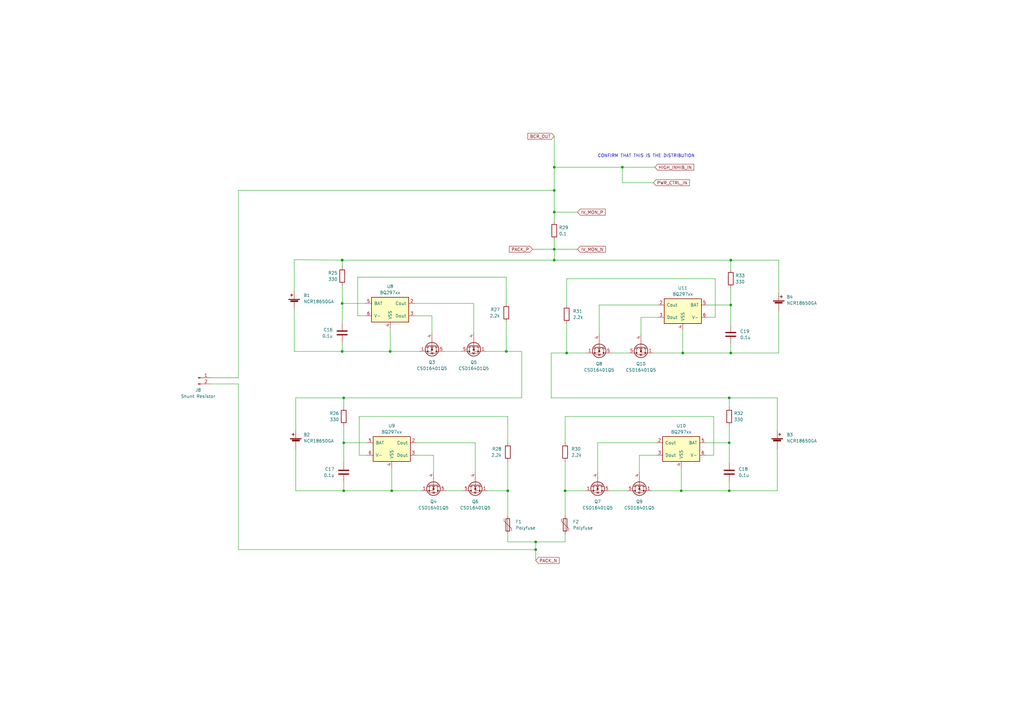
<source format=kicad_sch>
(kicad_sch (version 20211123) (generator eeschema)
  (paper "A3")
  (lib_symbols
    (symbol "Battery_Management:BQ297xy" (pin_names (offset 1.016))
      (property "Reference" "U" (at -6.35 6.35 0))
      (property "Value" "BQ297xy" (at 5.08 -6.35 0))
      (symbol "BQ297xy_0_1"
        (rectangle (start -7.62 5.08) (end 7.62 -5.08) (stroke (width 0.254)) (fill (type background)))
      )
      (symbol "BQ297xy_1_1"
        (pin no_connect line (at 7.62 0 180) (length 2.54) hide (name "NC") (number "1"))
        (pin output line (at 10.16 2.54 180) (length 2.54) (name "Cout") (number "2"))
        (pin output line (at 10.16 -2.54 180) (length 2.54) (name "Dout") (number "3"))
        (pin power_in line (at 0 -7.62 90) (length 2.54) (name "VSS") (number "4"))
        (pin input line (at -10.16 2.54 0) (length 2.54) (name "BAT") (number "5"))
        (pin input line (at -10.16 -2.54 0) (length 2.54) (name "V-") (number "6"))
      )
    )
    (symbol "Connector:Conn_01x02_Male" (pin_names (offset 1.016) hide)
      (property "Reference" "J" (at 0 2.54 0))
      (property "Value" "Conn_01x02_Male" (at 0 -5.08 0))
      (symbol "Conn_01x02_Male_1_1"
        (polyline (pts (xy 1.27 -2.54) (xy 0.8636 -2.54)) (stroke (width 0.1524)))
        (polyline (pts (xy 1.27 0) (xy 0.8636 0)) (stroke (width 0.1524)))
        (rectangle (start 0.8636 -2.413) (end 0 -2.667) (stroke (width 0.1524)) (fill (type outline)))
        (rectangle (start 0.8636 0.127) (end 0 -0.127) (stroke (width 0.1524)) (fill (type outline)))
        (pin passive line (at 5.08 0 180) (length 3.81) (name "Pin_1") (number "1"))
        (pin passive line (at 5.08 -2.54 180) (length 3.81) (name "Pin_2") (number "2"))
      )
    )
    (symbol "Device:Battery_Cell" (pin_numbers hide) (pin_names (offset 0) hide)
      (property "Reference" "BT" (at 2.54 2.54 0))
      (property "Value" "Battery_Cell" (at 2.54 0 0))
      (symbol "Battery_Cell_0_1"
        (rectangle (start -2.286 1.778) (end 2.286 1.524) (fill (type outline)))
        (rectangle (start -1.5748 1.1938) (end 1.4732 0.6858) (fill (type outline)))
        (polyline (pts (xy 0 0.762) (xy 0 0)))
        (polyline (pts (xy 0 1.778) (xy 0 2.54)))
        (polyline (pts (xy 0.508 3.429) (xy 1.524 3.429)) (stroke (width 0.254)))
        (polyline (pts (xy 1.016 3.937) (xy 1.016 2.921)) (stroke (width 0.254)))
      )
      (symbol "Battery_Cell_1_1"
        (pin passive line (at 0 5.08 270) (length 2.54) (name "+") (number "1"))
        (pin passive line (at 0 -2.54 90) (length 2.54) (name "-") (number "2"))
      )
    )
    (symbol "Device:C" (pin_numbers hide) (pin_names (offset 0.254))
      (property "Reference" "C" (at 0.635 2.54 0))
      (property "Value" "C" (at 0.635 -2.54 0))
      (symbol "C_0_1"
        (polyline (pts (xy -2.032 -0.762) (xy 2.032 -0.762)) (stroke (width 0.508)))
        (polyline (pts (xy -2.032 0.762) (xy 2.032 0.762)) (stroke (width 0.508)))
      )
      (symbol "C_1_1"
        (pin passive line (at 0 3.81 270) (length 2.794) (name "~") (number "1"))
        (pin passive line (at 0 -3.81 90) (length 2.794) (name "~") (number "2"))
      )
    )
    (symbol "Device:Polyfuse" (pin_numbers hide) (pin_names (offset 0))
      (property "Reference" "F" (at -2.54 0 90))
      (property "Value" "Polyfuse" (at 2.54 0 90))
      (symbol "Polyfuse_0_1"
        (rectangle (start -0.762 2.54) (end 0.762 -2.54) (stroke (width 0.254)))
        (polyline (pts (xy 0 2.54) (xy 0 -2.54)))
        (polyline (pts (xy -1.524 2.54) (xy -1.524 1.524) (xy 1.524 -1.524) (xy 1.524 -2.54)))
      )
      (symbol "Polyfuse_1_1"
        (pin passive line (at 0 3.81 270) (length 1.27) (name "~") (number "1"))
        (pin passive line (at 0 -3.81 90) (length 1.27) (name "~") (number "2"))
      )
    )
    (symbol "Device:R" (pin_numbers hide) (pin_names (offset 0))
      (property "Reference" "R" (at 2.032 0 90))
      (property "Value" "R" (at 0 0 90))
      (symbol "R_0_1"
        (rectangle (start -1.016 -2.54) (end 1.016 2.54) (stroke (width 0.254)))
      )
      (symbol "R_1_1"
        (pin passive line (at 0 3.81 270) (length 1.27) (name "~") (number "1"))
        (pin passive line (at 0 -3.81 90) (length 1.27) (name "~") (number "2"))
      )
    )
    (symbol "Transistor_FET:CSD16401Q5" (pin_names hide)
      (property "Reference" "Q" (at 5.08 1.905 0))
      (property "Value" "CSD16401Q5" (at 5.08 0 0))
      (symbol "CSD16401Q5_0_1"
        (polyline (pts (xy 0.254 0) (xy -2.54 0)))
        (polyline (pts (xy 0.254 1.905) (xy 0.254 -1.905)) (stroke (width 0.254)))
        (polyline (pts (xy 0.762 -1.27) (xy 0.762 -2.286)) (stroke (width 0.254)))
        (polyline (pts (xy 0.762 0.508) (xy 0.762 -0.508)) (stroke (width 0.254)))
        (polyline (pts (xy 0.762 2.286) (xy 0.762 1.27)) (stroke (width 0.254)))
        (polyline (pts (xy 2.54 2.54) (xy 2.54 1.778)))
        (polyline (pts (xy 2.54 -2.54) (xy 2.54 0) (xy 0.762 0)))
        (polyline (pts (xy 0.762 -1.778) (xy 3.302 -1.778) (xy 3.302 1.778) (xy 0.762 1.778)))
        (polyline (pts (xy 1.016 0) (xy 2.032 0.381) (xy 2.032 -0.381) (xy 1.016 0)) (fill (type outline)))
        (polyline (pts (xy 2.794 0.508) (xy 2.921 0.381) (xy 3.683 0.381) (xy 3.81 0.254)))
        (polyline (pts (xy 3.302 0.381) (xy 2.921 -0.254) (xy 3.683 -0.254) (xy 3.302 0.381)))
        (circle (center 1.651 0) (radius 2.794) (stroke (width 0.254)))
        (circle (center 2.54 -1.778) (radius 0.254) (fill (type outline)))
        (circle (center 2.54 1.778) (radius 0.254) (fill (type outline)))
      )
      (symbol "CSD16401Q5_1_1"
        (pin passive line (at 2.54 -5.08 90) (length 2.54) (name "S") (number "1"))
        (pin passive line (at 2.54 -5.08 90) (length 2.54) hide (name "S") (number "2"))
        (pin passive line (at 2.54 -5.08 90) (length 2.54) hide (name "S") (number "3"))
        (pin passive line (at -5.08 0 0) (length 2.54) (name "G") (number "4"))
        (pin passive line (at 2.54 5.08 270) (length 2.54) (name "D") (number "5"))
      )
    )
  )
  (junction (at 208.28 201.295))
  (junction (at 227.33 68.58))
  (junction (at 160.655 201.295))
  (junction (at 219.71 222.25))
  (junction (at 219.71 225.425))
  (junction (at 280.035 144.78))
  (junction (at 160.02 144.145))
  (junction (at 140.97 163.195))
  (junction (at 227.33 102.235))
  (junction (at 227.33 86.995))
  (junction (at 140.97 201.295))
  (junction (at 299.085 163.195))
  (junction (at 299.72 125.095))
  (junction (at 227.33 78.105))
  (junction (at 255.27 68.58))
  (junction (at 140.335 124.46))
  (junction (at 140.97 181.61))
  (junction (at 299.085 201.295))
  (junction (at 207.645 144.145))
  (junction (at 140.3604 106.68))
  (junction (at 140.335 106.68))
  (junction (at 231.775 201.295))
  (junction (at 140.335 144.145))
  (junction (at 299.72 106.68))
  (junction (at 232.41 144.78))
  (junction (at 299.085 181.61))
  (junction (at 227.33 106.68))
  (junction (at 299.72 144.78))
  (junction (at 279.4 201.295))
  (wire (pts (xy 146.685 113.665) (xy 146.685 129.54)))
  (wire (pts (xy 292.735 186.69) (xy 289.56 186.69)))
  (wire (pts (xy 120.65 106.553) (xy 140.335 106.68)))
  (wire (pts (xy 120.65 144.145) (xy 140.335 144.145)))
  (wire (pts (xy 121.285 163.195) (xy 121.285 176.53)))
  (wire (pts (xy 318.77 184.15) (xy 318.77 201.295)))
  (wire (pts (xy 150.495 181.61) (xy 140.97 181.61)))
  (wire (pts (xy 226.06 144.78) (xy 226.06 163.195)))
  (wire (pts (xy 299.085 181.61) (xy 299.085 189.865)))
  (wire (pts (xy 147.32 186.69) (xy 150.495 186.69)))
  (wire (pts (xy 207.645 124.46) (xy 207.645 113.665)))
  (wire (pts (xy 319.405 106.68) (xy 299.72 106.68)))
  (wire (pts (xy 140.97 174.625) (xy 140.97 181.61)))
  (wire (pts (xy 299.085 163.195) (xy 299.085 167.005)))
  (wire (pts (xy 219.71 225.425) (xy 219.71 229.87)))
  (wire (pts (xy 262.89 130.175) (xy 262.89 137.16)))
  (wire (pts (xy 172.085 144.145) (xy 160.02 144.145)))
  (wire (pts (xy 231.775 201.295) (xy 240.03 201.295)))
  (wire (pts (xy 279.4 191.77) (xy 279.4 201.295)))
  (wire (pts (xy 219.71 222.25) (xy 219.71 225.425)))
  (wire (pts (xy 140.97 197.485) (xy 140.97 201.295)))
  (wire (pts (xy 227.33 98.425) (xy 227.33 102.235)))
  (wire (pts (xy 170.815 181.61) (xy 194.945 181.61)))
  (wire (pts (xy 226.06 144.78) (xy 232.41 144.78)))
  (wire (pts (xy 208.28 170.815) (xy 147.32 170.815)))
  (wire (pts (xy 269.24 186.69) (xy 262.255 186.69)))
  (wire (pts (xy 172.72 201.295) (xy 160.655 201.295)))
  (wire (pts (xy 146.685 129.54) (xy 149.86 129.54)))
  (wire (pts (xy 219.71 222.25) (xy 231.775 222.25)))
  (wire (pts (xy 232.41 132.715) (xy 232.41 144.78)))
  (wire (pts (xy 262.255 186.69) (xy 262.255 193.675)))
  (wire (pts (xy 213.995 144.145) (xy 213.995 163.195)))
  (wire (pts (xy 269.875 130.175) (xy 262.89 130.175)))
  (wire (pts (xy 267.335 201.295) (xy 279.4 201.295)))
  (wire (pts (xy 267.97 144.78) (xy 280.035 144.78)))
  (wire (pts (xy 97.79 154.94) (xy 97.79 78.105)))
  (wire (pts (xy 255.27 74.93) (xy 267.97 74.93)))
  (wire (pts (xy 120.65 127) (xy 120.65 144.145)))
  (wire (pts (xy 227.33 86.995) (xy 236.855 86.995)))
  (wire (pts (xy 121.285 163.195) (xy 140.97 163.195)))
  (wire (pts (xy 231.775 219.075) (xy 231.775 222.25)))
  (wire (pts (xy 292.735 170.815) (xy 292.735 186.69)))
  (wire (pts (xy 293.37 130.175) (xy 290.195 130.175)))
  (wire (pts (xy 160.02 144.145) (xy 140.335 144.145)))
  (wire (pts (xy 231.775 189.23) (xy 231.775 201.295)))
  (wire (pts (xy 140.3604 106.68) (xy 227.33 106.68)))
  (wire (pts (xy 227.33 106.68) (xy 299.72 106.68)))
  (wire (pts (xy 269.24 181.61) (xy 245.11 181.61)))
  (wire (pts (xy 319.405 127.635) (xy 319.405 144.78)))
  (wire (pts (xy 86.36 154.94) (xy 97.79 154.94)))
  (wire (pts (xy 280.035 144.78) (xy 299.72 144.78)))
  (wire (pts (xy 160.655 201.295) (xy 140.97 201.295)))
  (wire (pts (xy 140.3604 117.0432) (xy 140.335 124.46)))
  (wire (pts (xy 227.33 68.58) (xy 255.27 68.58)))
  (wire (pts (xy 207.645 113.665) (xy 146.685 113.665)))
  (wire (pts (xy 227.33 78.105) (xy 227.33 86.995)))
  (wire (pts (xy 208.28 189.23) (xy 208.28 201.295)))
  (wire (pts (xy 318.77 163.195) (xy 299.085 163.195)))
  (wire (pts (xy 227.33 102.235) (xy 236.855 102.235)))
  (wire (pts (xy 177.8 186.69) (xy 177.8 193.675)))
  (wire (pts (xy 299.72 125.095) (xy 299.72 133.35)))
  (wire (pts (xy 170.18 129.54) (xy 177.165 129.54)))
  (wire (pts (xy 255.27 68.58) (xy 268.605 68.58)))
  (wire (pts (xy 189.865 201.295) (xy 182.88 201.295)))
  (wire (pts (xy 250.19 201.295) (xy 257.175 201.295)))
  (wire (pts (xy 140.97 181.61) (xy 140.97 189.865)))
  (wire (pts (xy 86.36 157.48) (xy 97.79 157.48)))
  (wire (pts (xy 227.33 68.58) (xy 227.33 78.105)))
  (wire (pts (xy 299.085 197.485) (xy 299.085 201.295)))
  (wire (pts (xy 140.335 140.335) (xy 140.335 144.145)))
  (wire (pts (xy 208.28 222.25) (xy 219.71 222.25)))
  (wire (pts (xy 231.775 181.61) (xy 231.775 170.815)))
  (wire (pts (xy 147.32 170.815) (xy 147.32 186.69)))
  (wire (pts (xy 97.79 225.425) (xy 219.71 225.425)))
  (wire (pts (xy 170.18 124.46) (xy 194.31 124.46)))
  (wire (pts (xy 231.775 201.295) (xy 231.775 211.455)))
  (wire (pts (xy 232.41 144.78) (xy 240.665 144.78)))
  (wire (pts (xy 227.33 86.995) (xy 227.33 90.805)))
  (wire (pts (xy 319.405 106.68) (xy 319.405 120.015)))
  (wire (pts (xy 140.97 163.195) (xy 140.97 167.005)))
  (wire (pts (xy 231.775 170.815) (xy 292.735 170.815)))
  (wire (pts (xy 245.745 125.095) (xy 245.745 137.16)))
  (wire (pts (xy 194.31 124.46) (xy 194.31 136.525)))
  (wire (pts (xy 194.945 181.61) (xy 194.945 193.675)))
  (wire (pts (xy 207.645 144.145) (xy 199.39 144.145)))
  (wire (pts (xy 227.33 102.235) (xy 227.33 106.68)))
  (wire (pts (xy 97.79 78.105) (xy 227.33 78.105)))
  (wire (pts (xy 279.4 201.295) (xy 299.085 201.295)))
  (wire (pts (xy 177.165 129.54) (xy 177.165 136.525)))
  (wire (pts (xy 140.335 124.46) (xy 140.335 132.715)))
  (wire (pts (xy 97.79 157.48) (xy 97.79 225.425)))
  (wire (pts (xy 299.72 106.68) (xy 299.72 110.49)))
  (wire (pts (xy 250.825 144.78) (xy 257.81 144.78)))
  (wire (pts (xy 269.875 125.095) (xy 245.745 125.095)))
  (wire (pts (xy 189.23 144.145) (xy 182.245 144.145)))
  (wire (pts (xy 226.06 163.195) (xy 299.085 163.195)))
  (wire (pts (xy 160.655 191.77) (xy 160.655 201.295)))
  (wire (pts (xy 121.285 201.295) (xy 140.97 201.295)))
  (wire (pts (xy 299.72 118.11) (xy 299.72 125.095)))
  (wire (pts (xy 149.86 124.46) (xy 140.335 124.46)))
  (wire (pts (xy 255.27 68.58) (xy 255.27 74.93)))
  (wire (pts (xy 299.085 174.625) (xy 299.085 181.61)))
  (wire (pts (xy 213.995 163.195) (xy 140.97 163.195)))
  (wire (pts (xy 213.995 144.145) (xy 207.645 144.145)))
  (wire (pts (xy 208.28 201.295) (xy 208.28 211.455)))
  (wire (pts (xy 140.335 106.68) (xy 140.3604 106.68)))
  (wire (pts (xy 208.28 219.075) (xy 208.28 222.25)))
  (wire (pts (xy 299.72 140.97) (xy 299.72 144.78)))
  (wire (pts (xy 208.28 201.295) (xy 200.025 201.295)))
  (wire (pts (xy 318.77 163.195) (xy 318.77 176.53)))
  (wire (pts (xy 293.37 114.3) (xy 293.37 130.175)))
  (wire (pts (xy 140.3604 106.68) (xy 140.3604 109.4232)))
  (wire (pts (xy 208.28 181.61) (xy 208.28 170.815)))
  (wire (pts (xy 218.44 102.235) (xy 227.33 102.235)))
  (wire (pts (xy 121.285 184.15) (xy 121.285 201.295)))
  (wire (pts (xy 290.195 125.095) (xy 299.72 125.095)))
  (wire (pts (xy 207.645 132.08) (xy 207.645 144.145)))
  (wire (pts (xy 170.815 186.69) (xy 177.8 186.69)))
  (wire (pts (xy 227.33 55.88) (xy 227.33 68.58)))
  (wire (pts (xy 245.11 181.61) (xy 245.11 193.675)))
  (wire (pts (xy 318.77 201.295) (xy 299.085 201.295)))
  (wire (pts (xy 289.56 181.61) (xy 299.085 181.61)))
  (wire (pts (xy 232.41 114.3) (xy 293.37 114.3)))
  (wire (pts (xy 280.035 135.255) (xy 280.035 144.78)))
  (wire (pts (xy 319.405 144.78) (xy 299.72 144.78)))
  (wire (pts (xy 160.02 134.62) (xy 160.02 144.145)))
  (wire (pts (xy 232.41 125.095) (xy 232.41 114.3)))
  (wire (pts (xy 120.65 106.553) (xy 120.65 119.38)))
  (text "CONFIRM THAT THIS IS THE DISTRIBUTION\n" (at 245.11 64.77 0) (effects (font (size 1.27 1.27)) (justify left bottom)))
  (global_label "IV_MON_N" (shape input) (at 236.855 102.235 0) (property "Intersheet References" "${INTERSHEET_REFS}" (effects hide)))
  (global_label "BCR_OUT" (shape input) (at 227.33 55.88 180) (property "Intersheet References" "${INTERSHEET_REFS}" (effects hide)))
  (global_label "PACK_N" (shape input) (at 219.71 229.87 0) (property "Intersheet References" "${INTERSHEET_REFS}" (effects hide)))
  (global_label "IV_MON_P" (shape input) (at 236.855 86.995 0) (property "Intersheet References" "${INTERSHEET_REFS}" (effects hide)))
  (global_label "PWR_CTRL_IN" (shape input) (at 267.97 74.93 0) (property "Intersheet References" "${INTERSHEET_REFS}" (effects hide)))
  (global_label "PACK_P" (shape input) (at 218.44 102.235 180) (property "Intersheet References" "${INTERSHEET_REFS}" (effects hide)))
  (global_label "HIGH_INHIB_IN" (shape input) (at 268.605 68.58 0) (property "Intersheet References" "${INTERSHEET_REFS}" (effects hide)))
  (symbol (lib_id "Transistor_FET:CSD16401Q5") (at 245.745 142.24 270) (unit 1)
    (property "Reference" "Q8" (at 245.745 149.225 90))
    (property "Value" "CSD16401Q5" (at 245.745 151.765 90))
    (property "Footprint" "Package_TO_SOT_SMD:TDSON-8-1" (effects hide))
    (property "Datasheet" "http://www.ti.com/lit/gpn/csd16401q5" (effects hide))
  )
  (symbol (lib_id "Device:R") (at 208.28 185.42 0) (mirror y) (unit 1)
    (property "Reference" "R28" (at 205.74 184.1499 0) (effects (justify left)))
    (property "Value" "2.2k" (at 205.74 186.6899 0) (effects (justify left)))
    (property "Footprint" "Resistor_SMD:R_0402_1005Metric" (effects hide))
  )
  (symbol (lib_id "Device:C") (at 299.72 137.16 180) (unit 1)
    (property "Reference" "C19" (at 303.53 135.8899 0) (effects (justify right)))
    (property "Value" "0.1u" (at 303.53 138.4299 0) (effects (justify right)))
    (property "Footprint" "Capacitor_SMD:C_0402_1005Metric" (effects hide))
  )
  (symbol (lib_id "Device:C") (at 140.335 136.525 0) (mirror x) (unit 1)
    (property "Reference" "C16" (at 136.525 135.2549 0) (effects (justify right)))
    (property "Value" "0.1u" (at 136.525 137.7949 0) (effects (justify right)))
    (property "Footprint" "Capacitor_SMD:C_0402_1005Metric" (effects hide))
  )
  (symbol (lib_id "Device:R") (at 299.085 170.815 0) (unit 1)
    (property "Reference" "R32" (at 300.99 169.5449 0) (effects (justify left)))
    (property "Value" "330" (at 300.99 172.0849 0) (effects (justify left)))
    (property "Footprint" "Resistor_SMD:R_0402_1005Metric" (effects hide))
  )
  (symbol (lib_id "Battery_Management:BQ297xy") (at 160.02 127 0) (unit 1)
    (property "Reference" "U8" (at 160.02 117.475 0))
    (property "Value" "BQ297xx" (at 160.02 120.015 0))
    (property "Footprint" "Package_SON:WSON-6_1.5x1.5mm_P0.5mm" (effects hide))
    (property "Datasheet" "http://www.ti.com/lit/ds/symlink/bq2970.pdf" (effects hide))
  )
  (symbol (lib_id "Transistor_FET:CSD16401Q5") (at 194.31 141.605 90) (mirror x) (unit 1)
    (property "Reference" "Q5" (at 194.31 148.59 90))
    (property "Value" "CSD16401Q5" (at 194.31 151.13 90))
    (property "Footprint" "Package_TO_SOT_SMD:TDSON-8-1" (effects hide))
    (property "Datasheet" "http://www.ti.com/lit/gpn/csd16401q5" (effects hide))
  )
  (symbol (lib_id "Connector:Conn_01x02_Male") (at 81.28 154.94 0) (unit 1)
    (property "Reference" "J8" (at 81.28 160.02 0))
    (property "Value" "Shunt Resistor" (at 81.28 162.56 0))
    (property "Footprint" "Connector_PinHeader_2.00mm:PinHeader_1x02_P2.00mm_Vertical" (effects hide))
  )
  (symbol (lib_id "Device:Battery_Cell") (at 121.285 181.61 0) (mirror y) (unit 1)
    (property "Reference" "B2" (at 124.46 178.3079 0) (effects (justify right)))
    (property "Value" "NCR18650GA" (at 124.46 180.8479 0) (effects (justify right)))
    (property "Footprint" "qset-footprints:Keystone_54_18650" (effects hide))
  )
  (symbol (lib_id "Device:R") (at 299.72 114.3 0) (unit 1)
    (property "Reference" "R33" (at 301.625 113.0299 0) (effects (justify left)))
    (property "Value" "330" (at 301.625 115.5699 0) (effects (justify left)))
    (property "Footprint" "Resistor_SMD:R_0402_1005Metric" (effects hide))
  )
  (symbol (lib_id "Device:Battery_Cell") (at 318.77 181.61 0) (unit 1)
    (property "Reference" "B3" (at 322.58 178.3079 0) (effects (justify left)))
    (property "Value" "NCR18650GA" (at 322.58 180.8479 0) (effects (justify left)))
    (property "Footprint" "qset-footprints:Keystone_54_18650" (effects hide))
  )
  (symbol (lib_id "Transistor_FET:CSD16401Q5") (at 262.255 198.755 90) (mirror x) (unit 1)
    (property "Reference" "Q9" (at 262.255 205.74 90))
    (property "Value" "CSD16401Q5" (at 262.255 208.28 90))
    (property "Footprint" "Package_TO_SOT_SMD:TDSON-8-1" (effects hide))
    (property "Datasheet" "http://www.ti.com/lit/gpn/csd16401q5" (effects hide))
  )
  (symbol (lib_id "Battery_Management:BQ297xy") (at 279.4 184.15 0) (mirror y) (unit 1)
    (property "Reference" "U10" (at 279.4 174.625 0))
    (property "Value" "BQ297xx" (at 279.4 177.165 0))
    (property "Footprint" "Package_SON:WSON-6_1.5x1.5mm_P0.5mm" (effects hide))
    (property "Datasheet" "http://www.ti.com/lit/ds/symlink/bq2970.pdf" (effects hide))
  )
  (symbol (lib_id "Transistor_FET:CSD16401Q5") (at 245.11 198.755 270) (unit 1)
    (property "Reference" "Q7" (at 245.11 205.74 90))
    (property "Value" "CSD16401Q5" (at 245.11 208.28 90))
    (property "Footprint" "Package_TO_SOT_SMD:TDSON-8-1" (effects hide))
    (property "Datasheet" "http://www.ti.com/lit/gpn/csd16401q5" (effects hide))
  )
  (symbol (lib_id "Device:R") (at 231.775 185.42 0) (unit 1)
    (property "Reference" "R30" (at 234.315 184.1499 0) (effects (justify left)))
    (property "Value" "2.2k" (at 234.315 186.6899 0) (effects (justify left)))
    (property "Footprint" "Resistor_SMD:R_0402_1005Metric" (effects hide))
  )
  (symbol (lib_id "Device:R") (at 232.41 128.905 0) (unit 1)
    (property "Reference" "R31" (at 234.95 127.6349 0) (effects (justify left)))
    (property "Value" "2.2k" (at 234.95 130.1749 0) (effects (justify left)))
    (property "Footprint" "Resistor_SMD:R_0402_1005Metric" (effects hide))
  )
  (symbol (lib_id "Device:C") (at 140.97 193.675 0) (mirror x) (unit 1)
    (property "Reference" "C17" (at 137.16 192.4049 0) (effects (justify right)))
    (property "Value" "0.1u" (at 137.16 194.9449 0) (effects (justify right)))
    (property "Footprint" "Capacitor_SMD:C_0402_1005Metric" (effects hide))
  )
  (symbol (lib_id "Device:R") (at 207.645 128.27 0) (mirror y) (unit 1)
    (property "Reference" "R27" (at 205.105 126.9999 0) (effects (justify left)))
    (property "Value" "2.2k" (at 205.105 129.5399 0) (effects (justify left)))
    (property "Footprint" "Resistor_SMD:R_0402_1005Metric" (effects hide))
  )
  (symbol (lib_id "Transistor_FET:CSD16401Q5") (at 177.8 198.755 270) (unit 1)
    (property "Reference" "Q4" (at 177.8 205.74 90))
    (property "Value" "CSD16401Q5" (at 177.8 208.28 90))
    (property "Footprint" "Package_TO_SOT_SMD:TDSON-8-1" (effects hide))
    (property "Datasheet" "http://www.ti.com/lit/gpn/csd16401q5" (effects hide))
  )
  (symbol (lib_id "Transistor_FET:CSD16401Q5") (at 177.165 141.605 270) (unit 1)
    (property "Reference" "Q3" (at 177.165 148.59 90))
    (property "Value" "CSD16401Q5" (at 177.165 151.13 90))
    (property "Footprint" "Package_TO_SOT_SMD:TDSON-8-1" (effects hide))
    (property "Datasheet" "http://www.ti.com/lit/gpn/csd16401q5" (effects hide))
  )
  (symbol (lib_id "Battery_Management:BQ297xy") (at 160.655 184.15 0) (unit 1)
    (property "Reference" "U9" (at 160.655 174.625 0))
    (property "Value" "BQ297xx" (at 160.655 177.165 0))
    (property "Footprint" "Package_SON:WSON-6_1.5x1.5mm_P0.5mm" (effects hide))
    (property "Datasheet" "http://www.ti.com/lit/ds/symlink/bq2970.pdf" (effects hide))
  )
  (symbol (lib_id "Battery_Management:BQ297xy") (at 280.035 127.635 0) (mirror y) (unit 1)
    (property "Reference" "U11" (at 280.035 118.11 0))
    (property "Value" "BQ297xx" (at 280.035 120.65 0))
    (property "Footprint" "Package_SON:WSON-6_1.5x1.5mm_P0.5mm" (effects hide))
    (property "Datasheet" "http://www.ti.com/lit/ds/symlink/bq2970.pdf" (effects hide))
  )
  (symbol (lib_id "Device:Polyfuse") (at 231.775 215.265 0) (unit 1)
    (property "Reference" "F2" (at 234.95 213.9949 0) (effects (justify left)))
    (property "Value" "Polyfuse" (at 234.95 216.5349 0) (effects (justify left)))
    (property "Footprint" "Capacitor_Tantalum_SMD:CP_EIA-7132-20_AVX-U_Pad2.72x3.50mm_HandSolder" (effects hide))
  )
  (symbol (lib_id "Transistor_FET:CSD16401Q5") (at 194.945 198.755 90) (mirror x) (unit 1)
    (property "Reference" "Q6" (at 194.945 205.74 90))
    (property "Value" "CSD16401Q5" (at 194.945 208.28 90))
    (property "Footprint" "Package_TO_SOT_SMD:TDSON-8-1" (effects hide))
    (property "Datasheet" "http://www.ti.com/lit/gpn/csd16401q5" (effects hide))
  )
  (symbol (lib_id "Device:R") (at 140.97 170.815 0) (mirror y) (unit 1)
    (property "Reference" "R26" (at 139.065 169.5449 0) (effects (justify left)))
    (property "Value" "330" (at 139.065 172.0849 0) (effects (justify left)))
    (property "Footprint" "Resistor_SMD:R_0402_1005Metric" (effects hide))
  )
  (symbol (lib_id "Device:C") (at 299.085 193.675 180) (unit 1)
    (property "Reference" "C18" (at 302.895 192.4049 0) (effects (justify right)))
    (property "Value" "0.1u" (at 302.895 194.9449 0) (effects (justify right)))
    (property "Footprint" "Capacitor_SMD:C_0402_1005Metric" (effects hide))
  )
  (symbol (lib_id "Device:Battery_Cell") (at 319.405 125.095 0) (unit 1)
    (property "Reference" "B4" (at 322.58 121.7929 0) (effects (justify left)))
    (property "Value" "NCR18650GA" (at 322.58 124.3329 0) (effects (justify left)))
    (property "Footprint" "qset-footprints:Keystone_54_18650" (effects hide))
  )
  (symbol (lib_id "Device:R") (at 227.33 94.615 0) (unit 1)
    (property "Reference" "R29" (at 229.235 93.3449 0) (effects (justify left)))
    (property "Value" "0.1" (at 229.235 95.8849 0) (effects (justify left)))
    (property "Footprint" "Resistor_SMD:R_0402_1005Metric" (effects hide))
  )
  (symbol (lib_id "Device:Battery_Cell") (at 120.65 124.46 0) (mirror y) (unit 1)
    (property "Reference" "B1" (at 124.46 121.1579 0) (effects (justify right)))
    (property "Value" "NCR18650GA" (at 124.46 123.6979 0) (effects (justify right)))
    (property "Footprint" "qset-footprints:Keystone_54_18650" (effects hide))
  )
  (symbol (lib_id "Transistor_FET:CSD16401Q5") (at 262.89 142.24 90) (mirror x) (unit 1)
    (property "Reference" "Q10" (at 262.89 149.225 90))
    (property "Value" "CSD16401Q5" (at 262.89 151.765 90))
    (property "Footprint" "Package_TO_SOT_SMD:TDSON-8-1" (effects hide))
    (property "Datasheet" "http://www.ti.com/lit/gpn/csd16401q5" (effects hide))
  )
  (symbol (lib_id "Device:Polyfuse") (at 208.28 215.265 0) (unit 1)
    (property "Reference" "F1" (at 211.455 213.9949 0) (effects (justify left)))
    (property "Value" "Polyfuse" (at 211.455 216.5349 0) (effects (justify left)))
    (property "Footprint" "Capacitor_Tantalum_SMD:CP_EIA-7132-20_AVX-U_Pad2.72x3.50mm_HandSolder" (effects hide))
  )
  (symbol (lib_id "Device:R") (at 140.3604 113.2332 0) (mirror y) (unit 1)
    (property "Reference" "R25" (at 138.4554 111.9631 0) (effects (justify left)))
    (property "Value" "330" (at 138.4554 114.5031 0) (effects (justify left)))
    (property "Footprint" "Resistor_SMD:R_0402_1005Metric" (effects hide))
  )
)
</source>
